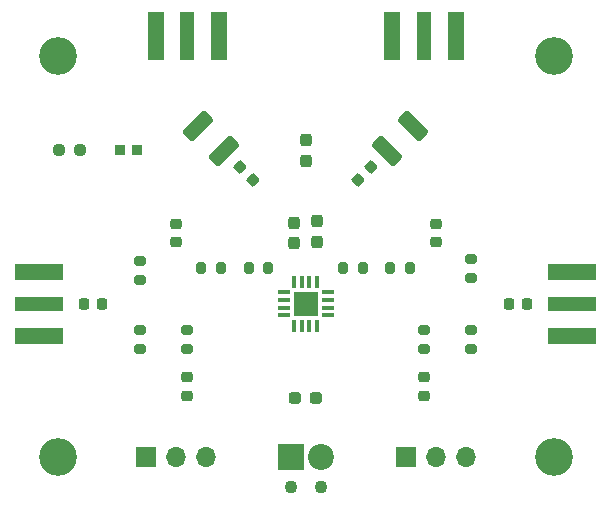
<source format=gbr>
%TF.GenerationSoftware,KiCad,Pcbnew,8.0.2*%
%TF.CreationDate,2025-01-07T09:10:32-03:00*%
%TF.ProjectId,LumiCom_Transmitter,4c756d69-436f-46d5-9f54-72616e736d69,rev?*%
%TF.SameCoordinates,Original*%
%TF.FileFunction,Soldermask,Top*%
%TF.FilePolarity,Negative*%
%FSLAX46Y46*%
G04 Gerber Fmt 4.6, Leading zero omitted, Abs format (unit mm)*
G04 Created by KiCad (PCBNEW 8.0.2) date 2025-01-07 09:10:32*
%MOMM*%
%LPD*%
G01*
G04 APERTURE LIST*
G04 Aperture macros list*
%AMRoundRect*
0 Rectangle with rounded corners*
0 $1 Rounding radius*
0 $2 $3 $4 $5 $6 $7 $8 $9 X,Y pos of 4 corners*
0 Add a 4 corners polygon primitive as box body*
4,1,4,$2,$3,$4,$5,$6,$7,$8,$9,$2,$3,0*
0 Add four circle primitives for the rounded corners*
1,1,$1+$1,$2,$3*
1,1,$1+$1,$4,$5*
1,1,$1+$1,$6,$7*
1,1,$1+$1,$8,$9*
0 Add four rect primitives between the rounded corners*
20,1,$1+$1,$2,$3,$4,$5,0*
20,1,$1+$1,$4,$5,$6,$7,0*
20,1,$1+$1,$6,$7,$8,$9,0*
20,1,$1+$1,$8,$9,$2,$3,0*%
G04 Aperture macros list end*
%ADD10RoundRect,0.225000X0.017678X-0.335876X0.335876X-0.017678X-0.017678X0.335876X-0.335876X0.017678X0*%
%ADD11RoundRect,0.200000X-0.200000X-0.275000X0.200000X-0.275000X0.200000X0.275000X-0.200000X0.275000X0*%
%ADD12RoundRect,0.225000X0.335876X0.017678X0.017678X0.335876X-0.335876X-0.017678X-0.017678X-0.335876X0*%
%ADD13RoundRect,0.102000X1.950000X0.600000X-1.950000X0.600000X-1.950000X-0.600000X1.950000X-0.600000X0*%
%ADD14RoundRect,0.102000X1.950000X0.500000X-1.950000X0.500000X-1.950000X-0.500000X1.950000X-0.500000X0*%
%ADD15C,3.200000*%
%ADD16RoundRect,0.200000X-0.275000X0.200000X-0.275000X-0.200000X0.275000X-0.200000X0.275000X0.200000X0*%
%ADD17R,1.700000X1.700000*%
%ADD18O,1.700000X1.700000*%
%ADD19RoundRect,0.237500X0.250000X0.237500X-0.250000X0.237500X-0.250000X-0.237500X0.250000X-0.237500X0*%
%ADD20RoundRect,0.237500X0.237500X-0.300000X0.237500X0.300000X-0.237500X0.300000X-0.237500X-0.300000X0*%
%ADD21RoundRect,0.225000X-0.250000X0.225000X-0.250000X-0.225000X0.250000X-0.225000X0.250000X0.225000X0*%
%ADD22RoundRect,0.087500X-0.425000X-0.087500X0.425000X-0.087500X0.425000X0.087500X-0.425000X0.087500X0*%
%ADD23RoundRect,0.087500X-0.087500X-0.425000X0.087500X-0.425000X0.087500X0.425000X-0.087500X0.425000X0*%
%ADD24R,2.100000X2.100000*%
%ADD25RoundRect,0.237500X-0.287500X-0.237500X0.287500X-0.237500X0.287500X0.237500X-0.287500X0.237500X0*%
%ADD26RoundRect,0.102000X-0.600000X1.950000X-0.600000X-1.950000X0.600000X-1.950000X0.600000X1.950000X0*%
%ADD27RoundRect,0.102000X-0.500000X1.950000X-0.500000X-1.950000X0.500000X-1.950000X0.500000X1.950000X0*%
%ADD28RoundRect,0.102000X-1.950000X-0.600000X1.950000X-0.600000X1.950000X0.600000X-1.950000X0.600000X0*%
%ADD29RoundRect,0.102000X-1.950000X-0.500000X1.950000X-0.500000X1.950000X0.500000X-1.950000X0.500000X0*%
%ADD30C,1.100000*%
%ADD31R,2.200000X2.200000*%
%ADD32C,2.200000*%
%ADD33RoundRect,0.200000X0.200000X0.275000X-0.200000X0.275000X-0.200000X-0.275000X0.200000X-0.275000X0*%
%ADD34R,0.950000X0.950000*%
%ADD35RoundRect,0.225000X-0.225000X-0.250000X0.225000X-0.250000X0.225000X0.250000X-0.225000X0.250000X0*%
%ADD36RoundRect,0.225000X0.250000X-0.225000X0.250000X0.225000X-0.250000X0.225000X-0.250000X-0.225000X0*%
%ADD37RoundRect,0.225000X0.225000X0.250000X-0.225000X0.250000X-0.225000X-0.250000X0.225000X-0.250000X0*%
%ADD38RoundRect,0.250000X0.477297X-1.042983X1.042983X-0.477297X-0.477297X1.042983X-1.042983X0.477297X0*%
%ADD39RoundRect,0.237500X-0.237500X0.300000X-0.237500X-0.300000X0.237500X-0.300000X0.237500X0.300000X0*%
%ADD40RoundRect,0.250000X1.042983X0.477297X0.477297X1.042983X-1.042983X-0.477297X-0.477297X-1.042983X0*%
G04 APERTURE END LIST*
D10*
%TO.C,C10*%
X29451992Y27451992D03*
X30548008Y28548008D03*
%TD*%
D11*
%TO.C,R11*%
X20175000Y20000000D03*
X21825000Y20000000D03*
%TD*%
D12*
%TO.C,C9*%
X20548008Y27451992D03*
X19451992Y28548008D03*
%TD*%
D13*
%TO.C,J2*%
X47590000Y14300000D03*
X47590000Y19700000D03*
D14*
X47590000Y17000000D03*
%TD*%
D15*
%TO.C,H2*%
X46000000Y4000000D03*
%TD*%
%TO.C,H1*%
X4000000Y38000000D03*
%TD*%
D16*
%TO.C,R3*%
X35000000Y14825000D03*
X35000000Y13175000D03*
%TD*%
D17*
%TO.C,JP_A1*%
X33475000Y4000000D03*
D18*
X36015000Y4000000D03*
X38554999Y4000000D03*
%TD*%
D19*
%TO.C,R6*%
X5912500Y30000000D03*
X4087500Y30000000D03*
%TD*%
D11*
%TO.C,R9*%
X16175000Y20000000D03*
X17825000Y20000000D03*
%TD*%
D20*
%TO.C,C2*%
X26000000Y22274998D03*
X26000000Y24000000D03*
%TD*%
D21*
%TO.C,C11*%
X36000000Y23775000D03*
X36000000Y22225000D03*
%TD*%
D16*
%TO.C,R7*%
X15000000Y14825000D03*
X15000000Y13175000D03*
%TD*%
D22*
%TO.C,U1*%
X23137501Y17975000D03*
X23137500Y17325000D03*
X23137500Y16675000D03*
X23137501Y16025000D03*
D23*
X24025000Y15137501D03*
X24675000Y15137500D03*
X25325000Y15137500D03*
X25975000Y15137501D03*
D22*
X26862499Y16025000D03*
X26862500Y16675000D03*
X26862500Y17325000D03*
X26862499Y17975000D03*
D23*
X25975000Y18862499D03*
X25325000Y18862500D03*
X24675000Y18862500D03*
X24025000Y18862499D03*
D24*
X25000000Y17000000D03*
%TD*%
D17*
%TO.C,JP_A0*%
X11474999Y4000000D03*
D18*
X14014999Y4000000D03*
X16554998Y4000000D03*
%TD*%
D15*
%TO.C,H4*%
X4000000Y4000000D03*
%TD*%
D25*
%TO.C,L1*%
X24125000Y9000000D03*
X25875000Y9000000D03*
%TD*%
D26*
%TO.C,J5*%
X17700000Y39700000D03*
X12300000Y39700000D03*
D27*
X15000000Y39700000D03*
%TD*%
D15*
%TO.C,H3*%
X46000000Y38000000D03*
%TD*%
D28*
%TO.C,J3*%
X2410000Y19700000D03*
X2410000Y14300000D03*
D29*
X2410000Y17000000D03*
%TD*%
D30*
%TO.C,J1*%
X23730000Y1460000D03*
X26270000Y1460000D03*
D31*
X23730000Y4000000D03*
D32*
X26270000Y4000000D03*
%TD*%
D33*
%TO.C,R12*%
X29825000Y20000000D03*
X28175000Y20000000D03*
%TD*%
D34*
%TO.C,D1*%
X9250000Y30000000D03*
X10750000Y30000000D03*
%TD*%
D20*
%TO.C,C7*%
X24000000Y22137499D03*
X24000000Y23862501D03*
%TD*%
D35*
%TO.C,C4*%
X6225000Y17000000D03*
X7775000Y17000000D03*
%TD*%
D36*
%TO.C,C6*%
X15000000Y9225000D03*
X15000000Y10775000D03*
%TD*%
D37*
%TO.C,C3*%
X43775000Y17000000D03*
X42225000Y17000000D03*
%TD*%
D21*
%TO.C,C8*%
X14000000Y23775000D03*
X14000000Y22225000D03*
%TD*%
D16*
%TO.C,R5*%
X11000000Y14825000D03*
X11000000Y13175000D03*
%TD*%
D38*
%TO.C,R14*%
X31903984Y29903984D03*
X34096016Y32096016D03*
%TD*%
D36*
%TO.C,C5*%
X35000000Y9225000D03*
X35000000Y10775000D03*
%TD*%
D16*
%TO.C,R1*%
X39000000Y20825000D03*
X39000000Y19175000D03*
%TD*%
%TO.C,R2*%
X39000000Y14825000D03*
X39000000Y13175000D03*
%TD*%
D39*
%TO.C,C1*%
X25000000Y30862501D03*
X25000000Y29137499D03*
%TD*%
D33*
%TO.C,R10*%
X33825000Y20000000D03*
X32175000Y20000000D03*
%TD*%
D16*
%TO.C,R4*%
X11000000Y20650000D03*
X11000000Y19000000D03*
%TD*%
D40*
%TO.C,R13*%
X18096016Y29903984D03*
X15903984Y32096016D03*
%TD*%
D26*
%TO.C,J4*%
X37700000Y39700000D03*
X32300000Y39700000D03*
D27*
X35000000Y39700000D03*
%TD*%
M02*

</source>
